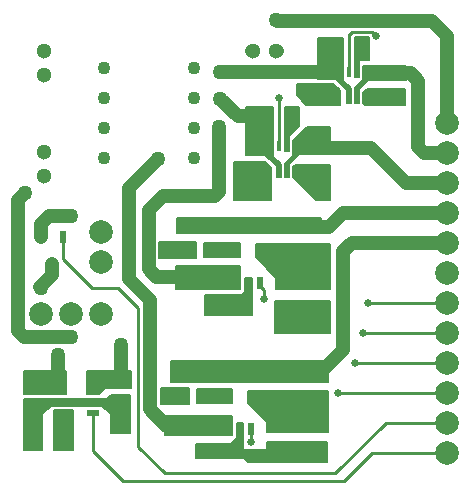
<source format=gbr>
G04 #@! TF.GenerationSoftware,KiCad,Pcbnew,no-vcs-found-895c0bb~58~ubuntu16.04.1*
G04 #@! TF.CreationDate,2017-07-11T17:07:46-04:00*
G04 #@! TF.ProjectId,alim,616C696D2E6B696361645F7063620000,rev?*
G04 #@! TF.SameCoordinates,Original
G04 #@! TF.FileFunction,Copper,L1,Top,Signal*
G04 #@! TF.FilePolarity,Positive*
%FSLAX46Y46*%
G04 Gerber Fmt 4.6, Leading zero omitted, Abs format (unit mm)*
G04 Created by KiCad (PCBNEW no-vcs-found-895c0bb~58~ubuntu16.04.1) date Tue Jul 11 17:07:46 2017*
%MOMM*%
%LPD*%
G01*
G04 APERTURE LIST*
%ADD10R,0.400000X0.900000*%
%ADD11R,1.500000X1.200000*%
%ADD12R,1.100000X0.600000*%
%ADD13C,1.300000*%
%ADD14C,2.000000*%
%ADD15R,1.200000X1.500000*%
%ADD16R,0.560000X1.000000*%
%ADD17R,0.900000X2.300000*%
%ADD18R,2.300000X0.900000*%
%ADD19R,0.600000X1.000000*%
%ADD20C,1.100000*%
%ADD21C,1.270000*%
%ADD22C,0.635000*%
%ADD23C,1.143000*%
%ADD24C,0.254000*%
%ADD25C,0.381000*%
%ADD26C,0.127000*%
G04 APERTURE END LIST*
D10*
X138736200Y-56574200D03*
X138060800Y-56574200D03*
X137385400Y-56574200D03*
X138736200Y-54374200D03*
X138060800Y-54374200D03*
X137385400Y-54374200D03*
X132818000Y-62822600D03*
X132142600Y-62822600D03*
X131467200Y-62822600D03*
X132818000Y-60622600D03*
X132142600Y-60622600D03*
X131467200Y-60622600D03*
D11*
X135496400Y-54371000D03*
X135496400Y-56471000D03*
X129400400Y-60771800D03*
X129400400Y-62871800D03*
X141440000Y-54472600D03*
X141440000Y-56572600D03*
X134988400Y-60771800D03*
X134988400Y-62871800D03*
X110706000Y-80507600D03*
X110706000Y-82607600D03*
X125895200Y-71719200D03*
X125895200Y-73819200D03*
X125234800Y-84343000D03*
X125234800Y-86443000D03*
X118122800Y-80431400D03*
X118122800Y-82531400D03*
X131915000Y-67426600D03*
X131915000Y-69526600D03*
X131889600Y-72201800D03*
X131889600Y-74301800D03*
X134785200Y-80025000D03*
X134785200Y-82125000D03*
X134759800Y-84266800D03*
X134759800Y-86366800D03*
X123583800Y-67325000D03*
X123583800Y-69425000D03*
X123101200Y-79745600D03*
X123101200Y-81845600D03*
D12*
X112945000Y-83266000D03*
X112945000Y-81366000D03*
X115745000Y-83266000D03*
X115745000Y-82316000D03*
X115745000Y-81366000D03*
D13*
X111592800Y-63151000D03*
X111592800Y-61151000D03*
D14*
X116382800Y-74853800D03*
X113842800Y-74853800D03*
X111302800Y-74853800D03*
D13*
X111571600Y-52596800D03*
X111571600Y-54596800D03*
D14*
X116382800Y-67894200D03*
X116382800Y-70434200D03*
X145719800Y-58648600D03*
X145719800Y-61188600D03*
X145719800Y-63728600D03*
X145719800Y-66268600D03*
X145719800Y-68808600D03*
X145719800Y-71348600D03*
X145719800Y-73888600D03*
X145719800Y-76428600D03*
X145719800Y-78968600D03*
X145719800Y-81508600D03*
X145719800Y-84048600D03*
X145719800Y-86588600D03*
D15*
X138440400Y-52209800D03*
X136340400Y-52209800D03*
X132522200Y-58128000D03*
X130422200Y-58128000D03*
D11*
X125920400Y-69428600D03*
X125920400Y-67328600D03*
X125234600Y-81823800D03*
X125234600Y-79723800D03*
D16*
X112257200Y-70630600D03*
X113207200Y-68370600D03*
X111307200Y-68370600D03*
D17*
X113622200Y-85210800D03*
X110522200Y-85210800D03*
D11*
X134201000Y-67452000D03*
X134201000Y-69552000D03*
D18*
X134563000Y-71391400D03*
X134563000Y-74491400D03*
X131616600Y-79290800D03*
X131616600Y-82390800D03*
X131591200Y-83888200D03*
X131591200Y-86988200D03*
D19*
X127935000Y-69562600D03*
X129835000Y-69562600D03*
X127935000Y-72262600D03*
X128885000Y-72262600D03*
X129835000Y-72262600D03*
X127198400Y-81881600D03*
X129098400Y-81881600D03*
X127198400Y-84581600D03*
X128148400Y-84581600D03*
X129098400Y-84581600D03*
D20*
X124319000Y-54064400D03*
X124319000Y-56604400D03*
X124319000Y-59144400D03*
X124319000Y-61684400D03*
X116699000Y-54064400D03*
X116699000Y-56604400D03*
X116699000Y-59144400D03*
X116699000Y-61684400D03*
D13*
X131248400Y-52618200D03*
X129248400Y-52618200D03*
D21*
X126441200Y-54356000D03*
D22*
X121767600Y-82194400D03*
X121767600Y-81381600D03*
D21*
X139801600Y-56464200D03*
X133756400Y-56108600D03*
X127660400Y-86410800D03*
X134569200Y-75869800D03*
X121932700Y-69367400D03*
X118135400Y-84175600D03*
X129387600Y-64465200D03*
X134950200Y-64490600D03*
X127812800Y-74117200D03*
X126517400Y-56616600D03*
X112750600Y-78359000D03*
X126415800Y-59055000D03*
X121208800Y-61747400D03*
X118122800Y-77470000D03*
X131248400Y-49929800D03*
X113842800Y-76809600D03*
X110007400Y-64592200D03*
X111302800Y-72644000D03*
X113868200Y-66522600D03*
D22*
X139674600Y-51282600D03*
X139039600Y-73888600D03*
X131495800Y-56540400D03*
X138607800Y-76428600D03*
X137896600Y-78968600D03*
X130225800Y-73558400D03*
X129082800Y-85674200D03*
X136474200Y-81508600D03*
D23*
X135496400Y-54371000D02*
X126456200Y-54371000D01*
X126456200Y-54371000D02*
X126441200Y-54356000D01*
D24*
X129400400Y-62871800D02*
X129400400Y-64427200D01*
X129387600Y-64440000D02*
X129387600Y-64465200D01*
X129400400Y-64427200D02*
X129387600Y-64440000D01*
D25*
X117907400Y-82316000D02*
X118122800Y-82531400D01*
X110706000Y-82607600D02*
X111270600Y-82607600D01*
X110522200Y-82791400D02*
X110706000Y-82607600D01*
X132079200Y-74491400D02*
X131889600Y-74301800D01*
D23*
X130422200Y-58128000D02*
X128028800Y-58128000D01*
X128028800Y-58128000D02*
X126517400Y-56616600D01*
X143256000Y-55270400D02*
X143256000Y-55118000D01*
X143256000Y-60731400D02*
X143713200Y-61188600D01*
X145719800Y-61188600D02*
X143713200Y-61188600D01*
X143256000Y-55270400D02*
X143256000Y-60731400D01*
X142610600Y-54472600D02*
X141440000Y-54472600D01*
X143256000Y-55118000D02*
X142610600Y-54472600D01*
X134988400Y-60771800D02*
X139283200Y-60771800D01*
X142240000Y-63728600D02*
X145719800Y-63728600D01*
X139283200Y-60771800D02*
X142240000Y-63728600D01*
X112750600Y-78359000D02*
X112801400Y-78409800D01*
X112801400Y-80111600D02*
X112801400Y-78409800D01*
X125895200Y-71719200D02*
X121096800Y-71719200D01*
X126415800Y-64516000D02*
X126415800Y-59055000D01*
X126060200Y-64871600D02*
X126415800Y-64516000D01*
X121666000Y-64871600D02*
X126060200Y-64871600D01*
X120446800Y-66090800D02*
X121666000Y-64871600D01*
X120446800Y-71069200D02*
X120446800Y-66090800D01*
X121096800Y-71719200D02*
X120446800Y-71069200D01*
X125234800Y-84343000D02*
X121947700Y-84343000D01*
X118745000Y-64211200D02*
X121208800Y-61747400D01*
X118745000Y-71869300D02*
X118745000Y-64211200D01*
X120548400Y-73672700D02*
X118745000Y-71869300D01*
X120548400Y-82943700D02*
X120548400Y-73672700D01*
X121947700Y-84343000D02*
X120548400Y-82943700D01*
X145719800Y-51308000D02*
X145719800Y-58648600D01*
X144424400Y-50012600D02*
X145719800Y-51308000D01*
X131331200Y-50012600D02*
X144424400Y-50012600D01*
X131248400Y-49929800D02*
X131331200Y-50012600D01*
X118122800Y-80431400D02*
X118122800Y-77470000D01*
X131267200Y-52599400D02*
X131248400Y-52618200D01*
X134201000Y-67452000D02*
X135748000Y-67452000D01*
X136931400Y-66268600D02*
X145719800Y-66268600D01*
X135748000Y-67452000D02*
X136931400Y-66268600D01*
X145719800Y-68808600D02*
X137617200Y-68808600D01*
X136906000Y-77904200D02*
X134785200Y-80025000D01*
X136906000Y-69519800D02*
X136906000Y-77904200D01*
X137617200Y-68808600D02*
X136906000Y-69519800D01*
D24*
X115745000Y-83266000D02*
X115745000Y-86446100D01*
X139369800Y-86588600D02*
X145719800Y-86588600D01*
X136982200Y-88976200D02*
X139369800Y-86588600D01*
X118275100Y-88976200D02*
X136982200Y-88976200D01*
X115745000Y-86446100D02*
X118275100Y-88976200D01*
D23*
X113817400Y-76809600D02*
X113842800Y-76809600D01*
X113817400Y-76809600D02*
X109880400Y-76809600D01*
X109880400Y-76809600D02*
X109372400Y-76301600D01*
X109372400Y-76301600D02*
X109372400Y-65227200D01*
X109372400Y-65227200D02*
X110007400Y-64592200D01*
X111302800Y-72644000D02*
X111252000Y-72593200D01*
X112257200Y-71588000D02*
X112257200Y-70630600D01*
X111252000Y-72593200D02*
X112257200Y-71588000D01*
X111307200Y-68370600D02*
X111307200Y-67254800D01*
X112039400Y-66522600D02*
X113868200Y-66522600D01*
X111307200Y-67254800D02*
X112039400Y-66522600D01*
X113868200Y-66522600D02*
X113893600Y-66522600D01*
D24*
X137401300Y-54358300D02*
X137401300Y-53149500D01*
X137461600Y-51133400D02*
X137401300Y-51193700D01*
X137401300Y-51193700D02*
X137401300Y-53149500D01*
X138938000Y-50965102D02*
X139357102Y-50965102D01*
X139039600Y-73888600D02*
X145719800Y-73888600D01*
X137474302Y-51133400D02*
X137642600Y-50965102D01*
X137642600Y-50965102D02*
X138938000Y-50965102D01*
X139357102Y-50965102D02*
X139674600Y-51282600D01*
X137474302Y-51133400D02*
X137461600Y-51133400D01*
X137401300Y-54358300D02*
X137385400Y-54374200D01*
X131495800Y-56540400D02*
X131467200Y-56569000D01*
X131467200Y-60622600D02*
X131467200Y-56569000D01*
X138607800Y-76428600D02*
X145719800Y-76428600D01*
X131495800Y-56540400D02*
X131467200Y-56569000D01*
X129835000Y-72456400D02*
X130225800Y-72847200D01*
X130225800Y-72847200D02*
X130225800Y-73558400D01*
X137896600Y-78968600D02*
X145719800Y-78968600D01*
X145719800Y-81508600D02*
X136474200Y-81508600D01*
X129082800Y-85674200D02*
X129082800Y-84597200D01*
X129082800Y-84597200D02*
X129098400Y-84581600D01*
X129082800Y-85674200D02*
X129073000Y-85664400D01*
X121920000Y-88341200D02*
X121780300Y-88341200D01*
X140512800Y-84048600D02*
X136220200Y-88341200D01*
X136220200Y-88341200D02*
X121920000Y-88341200D01*
X145719800Y-84048600D02*
X140512800Y-84048600D01*
X113207200Y-70230400D02*
X113207200Y-68370600D01*
X115646200Y-72669400D02*
X113207200Y-70230400D01*
X117830600Y-72669400D02*
X115646200Y-72669400D01*
X119545100Y-74383900D02*
X117830600Y-72669400D01*
X119545100Y-86106000D02*
X119545100Y-74383900D01*
X121780300Y-88341200D02*
X119545100Y-86106000D01*
D23*
X129248400Y-52618200D02*
X129148400Y-52618200D01*
D26*
G36*
X130975100Y-60038275D02*
X130968122Y-60048718D01*
X130943480Y-60172600D01*
X130943480Y-61072600D01*
X130968122Y-61196482D01*
X130975100Y-61206925D01*
X130975100Y-61493400D01*
X130979934Y-61517700D01*
X130993699Y-61538301D01*
X131610100Y-62154702D01*
X131610100Y-63233300D01*
X131305300Y-63233300D01*
X131305300Y-62407800D01*
X131300466Y-62383500D01*
X131286701Y-62362899D01*
X130321501Y-61397699D01*
X130300900Y-61383934D01*
X130276600Y-61379100D01*
X128638300Y-61379100D01*
X128638300Y-57340500D01*
X130975100Y-57340500D01*
X130975100Y-60038275D01*
X130975100Y-60038275D01*
G37*
X130975100Y-60038275D02*
X130968122Y-60048718D01*
X130943480Y-60172600D01*
X130943480Y-61072600D01*
X130968122Y-61196482D01*
X130975100Y-61206925D01*
X130975100Y-61493400D01*
X130979934Y-61517700D01*
X130993699Y-61538301D01*
X131610100Y-62154702D01*
X131610100Y-63233300D01*
X131305300Y-63233300D01*
X131305300Y-62407800D01*
X131300466Y-62383500D01*
X131286701Y-62362899D01*
X130321501Y-61397699D01*
X130300900Y-61383934D01*
X130276600Y-61379100D01*
X128638300Y-61379100D01*
X128638300Y-57340500D01*
X130975100Y-57340500D01*
X130975100Y-60038275D01*
G36*
X130797300Y-62484902D02*
X130797300Y-65214500D01*
X127647700Y-65214500D01*
X127647700Y-61988700D01*
X130301098Y-61988700D01*
X130797300Y-62484902D01*
X130797300Y-62484902D01*
G37*
X130797300Y-62484902D02*
X130797300Y-65214500D01*
X127647700Y-65214500D01*
X127647700Y-61988700D01*
X130301098Y-61988700D01*
X130797300Y-62484902D01*
G36*
X136893300Y-53789875D02*
X136886322Y-53800318D01*
X136861680Y-53924200D01*
X136861680Y-54824200D01*
X136886322Y-54948082D01*
X136893300Y-54958525D01*
X136893300Y-55067200D01*
X136898134Y-55091500D01*
X136911899Y-55112101D01*
X137528300Y-55728502D01*
X137528300Y-56984900D01*
X137223500Y-56984900D01*
X137223500Y-55956200D01*
X137218666Y-55931900D01*
X137204901Y-55911299D01*
X136290501Y-54996899D01*
X136269900Y-54983134D01*
X136245600Y-54978300D01*
X134785100Y-54978300D01*
X134785100Y-51498500D01*
X136893300Y-51498500D01*
X136893300Y-53789875D01*
X136893300Y-53789875D01*
G37*
X136893300Y-53789875D02*
X136886322Y-53800318D01*
X136861680Y-53924200D01*
X136861680Y-54824200D01*
X136886322Y-54948082D01*
X136893300Y-54958525D01*
X136893300Y-55067200D01*
X136898134Y-55091500D01*
X136911899Y-55112101D01*
X137528300Y-55728502D01*
X137528300Y-56984900D01*
X137223500Y-56984900D01*
X137223500Y-55956200D01*
X137218666Y-55931900D01*
X137204901Y-55911299D01*
X136290501Y-54996899D01*
X136269900Y-54983134D01*
X136245600Y-54978300D01*
X134785100Y-54978300D01*
X134785100Y-51498500D01*
X136893300Y-51498500D01*
X136893300Y-53789875D01*
G36*
X136613900Y-55931702D02*
X136613900Y-57137300D01*
X133782702Y-57137300D01*
X132981700Y-56336298D01*
X132981700Y-55359300D01*
X136041498Y-55359300D01*
X136613900Y-55931702D01*
X136613900Y-55931702D01*
G37*
X136613900Y-55931702D02*
X136613900Y-57137300D01*
X133782702Y-57137300D01*
X132981700Y-56336298D01*
X132981700Y-55359300D01*
X136041498Y-55359300D01*
X136613900Y-55931702D01*
G36*
X128206500Y-70040500D02*
X125158500Y-70040500D01*
X125158500Y-68872100D01*
X128206500Y-68872100D01*
X128206500Y-70040500D01*
X128206500Y-70040500D01*
G37*
X128206500Y-70040500D02*
X125158500Y-70040500D01*
X125158500Y-68872100D01*
X128206500Y-68872100D01*
X128206500Y-70040500D01*
G36*
X135013700Y-68033900D02*
X122872500Y-68033900D01*
X122872500Y-66763900D01*
X135013700Y-66763900D01*
X135013700Y-68033900D01*
X135013700Y-68033900D01*
G37*
X135013700Y-68033900D02*
X122872500Y-68033900D01*
X122872500Y-66763900D01*
X135013700Y-66763900D01*
X135013700Y-68033900D01*
G36*
X135750300Y-72758300D02*
X131178300Y-72758300D01*
X131178300Y-71729600D01*
X131173466Y-71705300D01*
X131159701Y-71684699D01*
X129527300Y-70052298D01*
X129527300Y-68973700D01*
X135750300Y-68973700D01*
X135750300Y-72758300D01*
X135750300Y-72758300D01*
G37*
X135750300Y-72758300D02*
X131178300Y-72758300D01*
X131178300Y-71729600D01*
X131173466Y-71705300D01*
X131159701Y-71684699D01*
X129527300Y-70052298D01*
X129527300Y-68973700D01*
X135750300Y-68973700D01*
X135750300Y-72758300D01*
G36*
X128181100Y-72732900D02*
X122745500Y-72732900D01*
X122745500Y-70777100D01*
X128181100Y-70777100D01*
X128181100Y-72732900D01*
X128181100Y-72732900D01*
G37*
X128181100Y-72732900D02*
X122745500Y-72732900D01*
X122745500Y-70777100D01*
X128181100Y-70777100D01*
X128181100Y-72732900D01*
G36*
X135750300Y-76492100D02*
X131127500Y-76492100D01*
X131127500Y-73748900D01*
X135750300Y-73748900D01*
X135750300Y-76492100D01*
X135750300Y-76492100D01*
G37*
X135750300Y-76492100D02*
X131127500Y-76492100D01*
X131127500Y-73748900D01*
X135750300Y-73748900D01*
X135750300Y-76492100D01*
G36*
X135623300Y-80606900D02*
X122288300Y-80606900D01*
X122288300Y-78803500D01*
X135623300Y-78803500D01*
X135623300Y-80606900D01*
X135623300Y-80606900D01*
G37*
X135623300Y-80606900D02*
X122288300Y-80606900D01*
X122288300Y-78803500D01*
X135623300Y-78803500D01*
X135623300Y-80606900D01*
G36*
X124415099Y-68751901D02*
X124421900Y-68756445D01*
X124421900Y-70142100D01*
X121348500Y-70142100D01*
X121348500Y-68745100D01*
X124410555Y-68745100D01*
X124415099Y-68751901D01*
X124415099Y-68751901D01*
G37*
X124415099Y-68751901D02*
X124421900Y-68756445D01*
X124421900Y-70142100D01*
X121348500Y-70142100D01*
X121348500Y-68745100D01*
X124410555Y-68745100D01*
X124415099Y-68751901D01*
G36*
X135623300Y-84874100D02*
X130416300Y-84874100D01*
X130416300Y-83972400D01*
X130411466Y-83948100D01*
X130397701Y-83927499D01*
X128841500Y-82371298D01*
X128841500Y-81394300D01*
X135623300Y-81394300D01*
X135623300Y-84874100D01*
X135623300Y-84874100D01*
G37*
X135623300Y-84874100D02*
X130416300Y-84874100D01*
X130416300Y-83972400D01*
X130411466Y-83948100D01*
X130397701Y-83927499D01*
X128841500Y-82371298D01*
X128841500Y-81394300D01*
X135623300Y-81394300D01*
X135623300Y-84874100D01*
G36*
X128409700Y-86309200D02*
X128414534Y-86333500D01*
X128428299Y-86354101D01*
X128448900Y-86367866D01*
X128473200Y-86372700D01*
X130352800Y-86372700D01*
X130377100Y-86367866D01*
X130397701Y-86354101D01*
X130411466Y-86333500D01*
X130416300Y-86309200D01*
X130416300Y-85712300D01*
X135572500Y-85712300D01*
X135572500Y-87414100D01*
X128880502Y-87414100D01*
X128518101Y-87051699D01*
X128497500Y-87037934D01*
X128473200Y-87033100D01*
X124472700Y-87033100D01*
X124472700Y-85839300D01*
X127431800Y-85839300D01*
X127456100Y-85834466D01*
X127476701Y-85820701D01*
X127857701Y-85439701D01*
X127871466Y-85419100D01*
X127876300Y-85394800D01*
X127876300Y-84112100D01*
X128409700Y-84112100D01*
X128409700Y-86309200D01*
X128409700Y-86309200D01*
G37*
X128409700Y-86309200D02*
X128414534Y-86333500D01*
X128428299Y-86354101D01*
X128448900Y-86367866D01*
X128473200Y-86372700D01*
X130352800Y-86372700D01*
X130377100Y-86367866D01*
X130397701Y-86354101D01*
X130411466Y-86333500D01*
X130416300Y-86309200D01*
X130416300Y-85712300D01*
X135572500Y-85712300D01*
X135572500Y-87414100D01*
X128880502Y-87414100D01*
X128518101Y-87051699D01*
X128497500Y-87037934D01*
X128473200Y-87033100D01*
X124472700Y-87033100D01*
X124472700Y-85839300D01*
X127431800Y-85839300D01*
X127456100Y-85834466D01*
X127476701Y-85820701D01*
X127857701Y-85439701D01*
X127871466Y-85419100D01*
X127876300Y-85394800D01*
X127876300Y-84112100D01*
X128409700Y-84112100D01*
X128409700Y-86309200D01*
G36*
X127495300Y-82435700D02*
X124523500Y-82435700D01*
X124523500Y-81241900D01*
X127495300Y-81241900D01*
X127495300Y-82435700D01*
X127495300Y-82435700D01*
G37*
X127495300Y-82435700D02*
X124523500Y-82435700D01*
X124523500Y-81241900D01*
X127495300Y-81241900D01*
X127495300Y-82435700D01*
G36*
X127495300Y-85077300D02*
X121818400Y-85077300D01*
X121818400Y-83502500D01*
X127495300Y-83502500D01*
X127495300Y-85077300D01*
X127495300Y-85077300D01*
G37*
X127495300Y-85077300D02*
X121818400Y-85077300D01*
X121818400Y-83502500D01*
X127495300Y-83502500D01*
X127495300Y-85077300D01*
G36*
X129146300Y-74917300D02*
X125183900Y-74917300D01*
X125183900Y-73266300D01*
X128270000Y-73266300D01*
X128294300Y-73261466D01*
X128314901Y-73247701D01*
X128594301Y-72968301D01*
X128608066Y-72947700D01*
X128612900Y-72923400D01*
X128612900Y-71793100D01*
X129146300Y-71793100D01*
X129146300Y-74917300D01*
X129146300Y-74917300D01*
G37*
X129146300Y-74917300D02*
X125183900Y-74917300D01*
X125183900Y-73266300D01*
X128270000Y-73266300D01*
X128294300Y-73261466D01*
X128314901Y-73247701D01*
X128594301Y-72968301D01*
X128608066Y-72947700D01*
X128612900Y-72923400D01*
X128612900Y-71793100D01*
X129146300Y-71793100D01*
X129146300Y-74917300D01*
G36*
X142227300Y-55029100D02*
X139039600Y-55029100D01*
X139015300Y-55033934D01*
X138994699Y-55047699D01*
X138232699Y-55809699D01*
X138218934Y-55830300D01*
X138214100Y-55854600D01*
X138214100Y-56116056D01*
X138212480Y-56124200D01*
X138212480Y-56984900D01*
X137909300Y-56984900D01*
X137909300Y-55703102D01*
X138576501Y-55035901D01*
X138590266Y-55015300D01*
X138595100Y-54991000D01*
X138595100Y-53860700D01*
X142227300Y-53860700D01*
X142227300Y-55029100D01*
X142227300Y-55029100D01*
G37*
X142227300Y-55029100D02*
X139039600Y-55029100D01*
X139015300Y-55033934D01*
X138994699Y-55047699D01*
X138232699Y-55809699D01*
X138218934Y-55830300D01*
X138214100Y-55854600D01*
X138214100Y-56116056D01*
X138212480Y-56124200D01*
X138212480Y-56984900D01*
X137909300Y-56984900D01*
X137909300Y-55703102D01*
X138576501Y-55035901D01*
X138590266Y-55015300D01*
X138595100Y-54991000D01*
X138595100Y-53860700D01*
X142227300Y-53860700D01*
X142227300Y-55029100D01*
G36*
X142151100Y-57188100D02*
X138761102Y-57188100D01*
X138595100Y-57022098D01*
X138595100Y-56134902D01*
X138938902Y-55791100D01*
X142151100Y-55791100D01*
X142151100Y-57188100D01*
X142151100Y-57188100D01*
G37*
X142151100Y-57188100D02*
X138761102Y-57188100D01*
X138595100Y-57022098D01*
X138595100Y-56134902D01*
X138938902Y-55791100D01*
X142151100Y-55791100D01*
X142151100Y-57188100D01*
G36*
X139077700Y-51500830D02*
X139077700Y-53378100D01*
X138277600Y-53378100D01*
X138253300Y-53382934D01*
X138232699Y-53396699D01*
X138218934Y-53417300D01*
X138214100Y-53441600D01*
X138214100Y-53916056D01*
X138212480Y-53924200D01*
X138212480Y-54800500D01*
X137909300Y-54800500D01*
X137909300Y-53619400D01*
X137904466Y-53595100D01*
X137890701Y-53574499D01*
X137883900Y-53567698D01*
X137883900Y-51447700D01*
X139055747Y-51447700D01*
X139077700Y-51500830D01*
X139077700Y-51500830D01*
G37*
X139077700Y-51500830D02*
X139077700Y-53378100D01*
X138277600Y-53378100D01*
X138253300Y-53382934D01*
X138232699Y-53396699D01*
X138218934Y-53417300D01*
X138214100Y-53441600D01*
X138214100Y-53916056D01*
X138212480Y-53924200D01*
X138212480Y-54800500D01*
X137909300Y-54800500D01*
X137909300Y-53619400D01*
X137904466Y-53595100D01*
X137890701Y-53574499D01*
X137883900Y-53567698D01*
X137883900Y-51447700D01*
X139055747Y-51447700D01*
X139077700Y-51500830D01*
G36*
X133159500Y-58952498D02*
X132314499Y-59797499D01*
X132300734Y-59818100D01*
X132295900Y-59842400D01*
X132295900Y-60164456D01*
X132294280Y-60172600D01*
X132294280Y-61048900D01*
X131991100Y-61048900D01*
X131991100Y-59029600D01*
X131986266Y-59005300D01*
X131972501Y-58984699D01*
X131965700Y-58977898D01*
X131965700Y-57365900D01*
X133159500Y-57365900D01*
X133159500Y-58952498D01*
X133159500Y-58952498D01*
G37*
X133159500Y-58952498D02*
X132314499Y-59797499D01*
X132300734Y-59818100D01*
X132295900Y-59842400D01*
X132295900Y-60164456D01*
X132294280Y-60172600D01*
X132294280Y-61048900D01*
X131991100Y-61048900D01*
X131991100Y-59029600D01*
X131986266Y-59005300D01*
X131972501Y-58984699D01*
X131965700Y-58977898D01*
X131965700Y-57365900D01*
X133159500Y-57365900D01*
X133159500Y-58952498D01*
G36*
X135775700Y-61353700D02*
X133121400Y-61353700D01*
X133097100Y-61358534D01*
X133076499Y-61372299D01*
X132314499Y-62134299D01*
X132300734Y-62154900D01*
X132295900Y-62179200D01*
X132295900Y-62364456D01*
X132294280Y-62372600D01*
X132294280Y-63233300D01*
X131991100Y-63233300D01*
X131991100Y-62129302D01*
X132658301Y-61462101D01*
X132672066Y-61441500D01*
X132676900Y-61417200D01*
X132676900Y-60173502D01*
X133833502Y-59016900D01*
X135775700Y-59016900D01*
X135775700Y-61353700D01*
X135775700Y-61353700D01*
G37*
X135775700Y-61353700D02*
X133121400Y-61353700D01*
X133097100Y-61358534D01*
X133076499Y-61372299D01*
X132314499Y-62134299D01*
X132300734Y-62154900D01*
X132295900Y-62179200D01*
X132295900Y-62364456D01*
X132294280Y-62372600D01*
X132294280Y-63233300D01*
X131991100Y-63233300D01*
X131991100Y-62129302D01*
X132658301Y-61462101D01*
X132672066Y-61441500D01*
X132676900Y-61417200D01*
X132676900Y-60173502D01*
X133833502Y-59016900D01*
X135775700Y-59016900D01*
X135775700Y-61353700D01*
G36*
X135826500Y-65189100D02*
X134570102Y-65189100D01*
X132676900Y-63295898D01*
X132676900Y-62383302D01*
X132842902Y-62217300D01*
X135826500Y-62217300D01*
X135826500Y-65189100D01*
X135826500Y-65189100D01*
G37*
X135826500Y-65189100D02*
X134570102Y-65189100D01*
X132676900Y-63295898D01*
X132676900Y-62383302D01*
X132842902Y-62217300D01*
X135826500Y-62217300D01*
X135826500Y-65189100D01*
G36*
X118884700Y-84899500D02*
X117271800Y-84899500D01*
X117271800Y-83400900D01*
X117266966Y-83376600D01*
X117253201Y-83355999D01*
X116529301Y-82632099D01*
X116508700Y-82618334D01*
X116484400Y-82613500D01*
X112204500Y-82613500D01*
X112180200Y-82618334D01*
X112159599Y-82632099D01*
X111435699Y-83355999D01*
X111421934Y-83376600D01*
X111417100Y-83400900D01*
X111417100Y-86347300D01*
X109867700Y-86347300D01*
X109867700Y-82042000D01*
X116903500Y-82042000D01*
X116927800Y-82037166D01*
X116948401Y-82023401D01*
X117234602Y-81737200D01*
X118884700Y-81737200D01*
X118884700Y-84899500D01*
X118884700Y-84899500D01*
G37*
X118884700Y-84899500D02*
X117271800Y-84899500D01*
X117271800Y-83400900D01*
X117266966Y-83376600D01*
X117253201Y-83355999D01*
X116529301Y-82632099D01*
X116508700Y-82618334D01*
X116484400Y-82613500D01*
X112204500Y-82613500D01*
X112180200Y-82618334D01*
X112159599Y-82632099D01*
X111435699Y-83355999D01*
X111421934Y-83376600D01*
X111417100Y-83400900D01*
X111417100Y-86347300D01*
X109867700Y-86347300D01*
X109867700Y-82042000D01*
X116903500Y-82042000D01*
X116927800Y-82037166D01*
X116948401Y-82023401D01*
X117234602Y-81737200D01*
X118884700Y-81737200D01*
X118884700Y-84899500D01*
G36*
X113474500Y-81648300D02*
X109867700Y-81648300D01*
X109867700Y-79667100D01*
X113474500Y-79667100D01*
X113474500Y-81648300D01*
X113474500Y-81648300D01*
G37*
X113474500Y-81648300D02*
X109867700Y-81648300D01*
X109867700Y-79667100D01*
X113474500Y-79667100D01*
X113474500Y-81648300D01*
G36*
X118922800Y-81127600D02*
X116814600Y-81127600D01*
X116790300Y-81132434D01*
X116769699Y-81146199D01*
X116267598Y-81648300D01*
X115227100Y-81648300D01*
X115227100Y-79667100D01*
X118922800Y-79667100D01*
X118922800Y-81127600D01*
X118922800Y-81127600D01*
G37*
X118922800Y-81127600D02*
X116814600Y-81127600D01*
X116790300Y-81132434D01*
X116769699Y-81146199D01*
X116267598Y-81648300D01*
X115227100Y-81648300D01*
X115227100Y-79667100D01*
X118922800Y-79667100D01*
X118922800Y-81127600D01*
G36*
X114046000Y-86347300D02*
X112445800Y-86347300D01*
X112445800Y-83019900D01*
X114046000Y-83019900D01*
X114046000Y-86347300D01*
X114046000Y-86347300D01*
G37*
X114046000Y-86347300D02*
X112445800Y-86347300D01*
X112445800Y-83019900D01*
X114046000Y-83019900D01*
X114046000Y-86347300D01*
G36*
X123888500Y-82486500D02*
X121500900Y-82486500D01*
X121500900Y-81089500D01*
X123888500Y-81089500D01*
X123888500Y-82486500D01*
X123888500Y-82486500D01*
G37*
X123888500Y-82486500D02*
X121500900Y-82486500D01*
X121500900Y-81089500D01*
X123888500Y-81089500D01*
X123888500Y-82486500D01*
M02*

</source>
